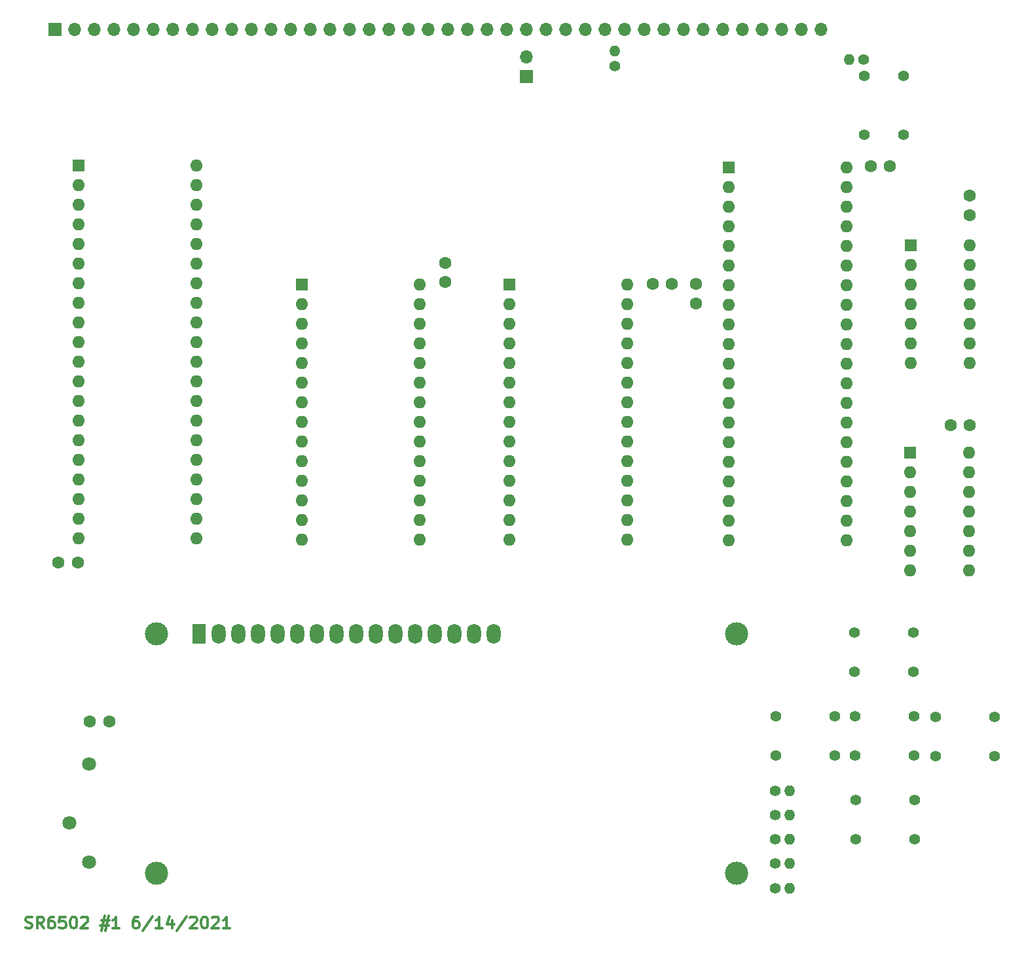
<source format=gbr>
%TF.GenerationSoftware,KiCad,Pcbnew,(5.1.10-1-10_14)*%
%TF.CreationDate,2021-06-14T16:28:50-07:00*%
%TF.ProjectId,SR6502,53523635-3032-42e6-9b69-6361645f7063,rev?*%
%TF.SameCoordinates,Original*%
%TF.FileFunction,Soldermask,Top*%
%TF.FilePolarity,Negative*%
%FSLAX46Y46*%
G04 Gerber Fmt 4.6, Leading zero omitted, Abs format (unit mm)*
G04 Created by KiCad (PCBNEW (5.1.10-1-10_14)) date 2021-06-14 16:28:50*
%MOMM*%
%LPD*%
G01*
G04 APERTURE LIST*
%ADD10C,0.300000*%
%ADD11R,1.600000X1.600000*%
%ADD12O,1.600000X1.600000*%
%ADD13R,1.800000X2.600000*%
%ADD14O,1.800000X2.600000*%
%ADD15C,3.000000*%
%ADD16C,1.397000*%
%ADD17O,1.400000X1.400000*%
%ADD18C,1.400000*%
%ADD19C,1.600000*%
%ADD20R,1.700000X1.700000*%
%ADD21O,1.700000X1.700000*%
%ADD22C,1.800000*%
G04 APERTURE END LIST*
D10*
X80267874Y-160449342D02*
X80482160Y-160520771D01*
X80839302Y-160520771D01*
X80982160Y-160449342D01*
X81053588Y-160377914D01*
X81125017Y-160235057D01*
X81125017Y-160092200D01*
X81053588Y-159949342D01*
X80982160Y-159877914D01*
X80839302Y-159806485D01*
X80553588Y-159735057D01*
X80410731Y-159663628D01*
X80339302Y-159592200D01*
X80267874Y-159449342D01*
X80267874Y-159306485D01*
X80339302Y-159163628D01*
X80410731Y-159092200D01*
X80553588Y-159020771D01*
X80910731Y-159020771D01*
X81125017Y-159092200D01*
X82625017Y-160520771D02*
X82125017Y-159806485D01*
X81767874Y-160520771D02*
X81767874Y-159020771D01*
X82339302Y-159020771D01*
X82482160Y-159092200D01*
X82553588Y-159163628D01*
X82625017Y-159306485D01*
X82625017Y-159520771D01*
X82553588Y-159663628D01*
X82482160Y-159735057D01*
X82339302Y-159806485D01*
X81767874Y-159806485D01*
X83910731Y-159020771D02*
X83625017Y-159020771D01*
X83482160Y-159092200D01*
X83410731Y-159163628D01*
X83267874Y-159377914D01*
X83196445Y-159663628D01*
X83196445Y-160235057D01*
X83267874Y-160377914D01*
X83339302Y-160449342D01*
X83482160Y-160520771D01*
X83767874Y-160520771D01*
X83910731Y-160449342D01*
X83982160Y-160377914D01*
X84053588Y-160235057D01*
X84053588Y-159877914D01*
X83982160Y-159735057D01*
X83910731Y-159663628D01*
X83767874Y-159592200D01*
X83482160Y-159592200D01*
X83339302Y-159663628D01*
X83267874Y-159735057D01*
X83196445Y-159877914D01*
X85410731Y-159020771D02*
X84696445Y-159020771D01*
X84625017Y-159735057D01*
X84696445Y-159663628D01*
X84839302Y-159592200D01*
X85196445Y-159592200D01*
X85339302Y-159663628D01*
X85410731Y-159735057D01*
X85482160Y-159877914D01*
X85482160Y-160235057D01*
X85410731Y-160377914D01*
X85339302Y-160449342D01*
X85196445Y-160520771D01*
X84839302Y-160520771D01*
X84696445Y-160449342D01*
X84625017Y-160377914D01*
X86410731Y-159020771D02*
X86553588Y-159020771D01*
X86696445Y-159092200D01*
X86767874Y-159163628D01*
X86839302Y-159306485D01*
X86910731Y-159592200D01*
X86910731Y-159949342D01*
X86839302Y-160235057D01*
X86767874Y-160377914D01*
X86696445Y-160449342D01*
X86553588Y-160520771D01*
X86410731Y-160520771D01*
X86267874Y-160449342D01*
X86196445Y-160377914D01*
X86125017Y-160235057D01*
X86053588Y-159949342D01*
X86053588Y-159592200D01*
X86125017Y-159306485D01*
X86196445Y-159163628D01*
X86267874Y-159092200D01*
X86410731Y-159020771D01*
X87482160Y-159163628D02*
X87553588Y-159092200D01*
X87696445Y-159020771D01*
X88053588Y-159020771D01*
X88196445Y-159092200D01*
X88267874Y-159163628D01*
X88339302Y-159306485D01*
X88339302Y-159449342D01*
X88267874Y-159663628D01*
X87410731Y-160520771D01*
X88339302Y-160520771D01*
X90053588Y-159520771D02*
X91125017Y-159520771D01*
X90482160Y-158877914D02*
X90053588Y-160806485D01*
X90982160Y-160163628D02*
X89910731Y-160163628D01*
X90553588Y-160806485D02*
X90982160Y-158877914D01*
X92410731Y-160520771D02*
X91553588Y-160520771D01*
X91982160Y-160520771D02*
X91982160Y-159020771D01*
X91839302Y-159235057D01*
X91696445Y-159377914D01*
X91553588Y-159449342D01*
X94839302Y-159020771D02*
X94553588Y-159020771D01*
X94410731Y-159092200D01*
X94339302Y-159163628D01*
X94196445Y-159377914D01*
X94125017Y-159663628D01*
X94125017Y-160235057D01*
X94196445Y-160377914D01*
X94267874Y-160449342D01*
X94410731Y-160520771D01*
X94696445Y-160520771D01*
X94839302Y-160449342D01*
X94910731Y-160377914D01*
X94982160Y-160235057D01*
X94982160Y-159877914D01*
X94910731Y-159735057D01*
X94839302Y-159663628D01*
X94696445Y-159592200D01*
X94410731Y-159592200D01*
X94267874Y-159663628D01*
X94196445Y-159735057D01*
X94125017Y-159877914D01*
X96696445Y-158949342D02*
X95410731Y-160877914D01*
X97982160Y-160520771D02*
X97125017Y-160520771D01*
X97553588Y-160520771D02*
X97553588Y-159020771D01*
X97410731Y-159235057D01*
X97267874Y-159377914D01*
X97125017Y-159449342D01*
X99267874Y-159520771D02*
X99267874Y-160520771D01*
X98910731Y-158949342D02*
X98553588Y-160020771D01*
X99482160Y-160020771D01*
X101125017Y-158949342D02*
X99839302Y-160877914D01*
X101553588Y-159163628D02*
X101625017Y-159092200D01*
X101767874Y-159020771D01*
X102125017Y-159020771D01*
X102267874Y-159092200D01*
X102339302Y-159163628D01*
X102410731Y-159306485D01*
X102410731Y-159449342D01*
X102339302Y-159663628D01*
X101482160Y-160520771D01*
X102410731Y-160520771D01*
X103339302Y-159020771D02*
X103482160Y-159020771D01*
X103625017Y-159092200D01*
X103696445Y-159163628D01*
X103767874Y-159306485D01*
X103839302Y-159592200D01*
X103839302Y-159949342D01*
X103767874Y-160235057D01*
X103696445Y-160377914D01*
X103625017Y-160449342D01*
X103482160Y-160520771D01*
X103339302Y-160520771D01*
X103196445Y-160449342D01*
X103125017Y-160377914D01*
X103053588Y-160235057D01*
X102982160Y-159949342D01*
X102982160Y-159592200D01*
X103053588Y-159306485D01*
X103125017Y-159163628D01*
X103196445Y-159092200D01*
X103339302Y-159020771D01*
X104410731Y-159163628D02*
X104482160Y-159092200D01*
X104625017Y-159020771D01*
X104982160Y-159020771D01*
X105125017Y-159092200D01*
X105196445Y-159163628D01*
X105267874Y-159306485D01*
X105267874Y-159449342D01*
X105196445Y-159663628D01*
X104339302Y-160520771D01*
X105267874Y-160520771D01*
X106696445Y-160520771D02*
X105839302Y-160520771D01*
X106267874Y-160520771D02*
X106267874Y-159020771D01*
X106125017Y-159235057D01*
X105982160Y-159377914D01*
X105839302Y-159449342D01*
D11*
%TO.C,U6*%
X87086440Y-61744860D03*
D12*
X102326440Y-110004860D03*
X87086440Y-64284860D03*
X102326440Y-107464860D03*
X87086440Y-66824860D03*
X102326440Y-104924860D03*
X87086440Y-69364860D03*
X102326440Y-102384860D03*
X87086440Y-71904860D03*
X102326440Y-99844860D03*
X87086440Y-74444860D03*
X102326440Y-97304860D03*
X87086440Y-76984860D03*
X102326440Y-94764860D03*
X87086440Y-79524860D03*
X102326440Y-92224860D03*
X87086440Y-82064860D03*
X102326440Y-89684860D03*
X87086440Y-84604860D03*
X102326440Y-87144860D03*
X87086440Y-87144860D03*
X102326440Y-84604860D03*
X87086440Y-89684860D03*
X102326440Y-82064860D03*
X87086440Y-92224860D03*
X102326440Y-79524860D03*
X87086440Y-94764860D03*
X102326440Y-76984860D03*
X87086440Y-97304860D03*
X102326440Y-74444860D03*
X87086440Y-99844860D03*
X102326440Y-71904860D03*
X87086440Y-102384860D03*
X102326440Y-69364860D03*
X87086440Y-104924860D03*
X102326440Y-66824860D03*
X87086440Y-107464860D03*
X102326440Y-64284860D03*
X87086440Y-110004860D03*
X102326440Y-61744860D03*
%TD*%
D13*
%TO.C,U7*%
X102707440Y-122377200D03*
D14*
X105247440Y-122377200D03*
X107787440Y-122377200D03*
X110327440Y-122377200D03*
X112867440Y-122377200D03*
X115407440Y-122377200D03*
X117947440Y-122377200D03*
X120487440Y-122377200D03*
X123027440Y-122377200D03*
X125567440Y-122377200D03*
X128107440Y-122377200D03*
X130647440Y-122377200D03*
X133187440Y-122377200D03*
X135727440Y-122377200D03*
X138267440Y-122377200D03*
X140807440Y-122377200D03*
D15*
X97208340Y-122377200D03*
X97208340Y-153377900D03*
X172206920Y-153377900D03*
X172207440Y-122377200D03*
%TD*%
D16*
%TO.C,SW6*%
X197967600Y-138257280D03*
X197967600Y-133177280D03*
X205587600Y-138257280D03*
X205587600Y-133177280D03*
%TD*%
%TO.C,SW5*%
X187589160Y-149001480D03*
X187589160Y-143921480D03*
X195209160Y-149001480D03*
X195209160Y-143921480D03*
%TD*%
%TO.C,SW4*%
X187518040Y-138181080D03*
X187518040Y-133101080D03*
X195138040Y-138181080D03*
X195138040Y-133101080D03*
%TD*%
%TO.C,SW3*%
X177292000Y-138109960D03*
X177292000Y-133029960D03*
X184912000Y-138109960D03*
X184912000Y-133029960D03*
%TD*%
%TO.C,SW2*%
X187441840Y-127294640D03*
X187441840Y-122214640D03*
X195061840Y-127294640D03*
X195061840Y-122214640D03*
%TD*%
D17*
%TO.C,R7*%
X179092320Y-155296000D03*
D18*
X177192320Y-155296000D03*
%TD*%
D17*
%TO.C,R6*%
X179070080Y-148997200D03*
D18*
X177170080Y-148997200D03*
%TD*%
D17*
%TO.C,R5*%
X179092320Y-152146000D03*
D18*
X177192320Y-152146000D03*
%TD*%
D17*
%TO.C,R4*%
X179070080Y-145847200D03*
D18*
X177170080Y-145847200D03*
%TD*%
D17*
%TO.C,R3*%
X179070080Y-142697200D03*
D18*
X177170080Y-142697200D03*
%TD*%
D11*
%TO.C,U2*%
X171170600Y-62001400D03*
D12*
X186410600Y-110261400D03*
X171170600Y-64541400D03*
X186410600Y-107721400D03*
X171170600Y-67081400D03*
X186410600Y-105181400D03*
X171170600Y-69621400D03*
X186410600Y-102641400D03*
X171170600Y-72161400D03*
X186410600Y-100101400D03*
X171170600Y-74701400D03*
X186410600Y-97561400D03*
X171170600Y-77241400D03*
X186410600Y-95021400D03*
X171170600Y-79781400D03*
X186410600Y-92481400D03*
X171170600Y-82321400D03*
X186410600Y-89941400D03*
X171170600Y-84861400D03*
X186410600Y-87401400D03*
X171170600Y-87401400D03*
X186410600Y-84861400D03*
X171170600Y-89941400D03*
X186410600Y-82321400D03*
X171170600Y-92481400D03*
X186410600Y-79781400D03*
X171170600Y-95021400D03*
X186410600Y-77241400D03*
X171170600Y-97561400D03*
X186410600Y-74701400D03*
X171170600Y-100101400D03*
X186410600Y-72161400D03*
X171170600Y-102641400D03*
X186410600Y-69621400D03*
X171170600Y-105181400D03*
X186410600Y-67081400D03*
X171170600Y-107721400D03*
X186410600Y-64541400D03*
X171170600Y-110261400D03*
X186410600Y-62001400D03*
%TD*%
%TO.C,U4*%
X158107380Y-77172820D03*
X142867380Y-110192820D03*
X158107380Y-79712820D03*
X142867380Y-107652820D03*
X158107380Y-82252820D03*
X142867380Y-105112820D03*
X158107380Y-84792820D03*
X142867380Y-102572820D03*
X158107380Y-87332820D03*
X142867380Y-100032820D03*
X158107380Y-89872820D03*
X142867380Y-97492820D03*
X158107380Y-92412820D03*
X142867380Y-94952820D03*
X158107380Y-94952820D03*
X142867380Y-92412820D03*
X158107380Y-97492820D03*
X142867380Y-89872820D03*
X158107380Y-100032820D03*
X142867380Y-87332820D03*
X158107380Y-102572820D03*
X142867380Y-84792820D03*
X158107380Y-105112820D03*
X142867380Y-82252820D03*
X158107380Y-107652820D03*
X142867380Y-79712820D03*
X158107380Y-110192820D03*
D11*
X142867380Y-77172820D03*
%TD*%
%TO.C,U3*%
X194691000Y-98986340D03*
D12*
X202311000Y-114226340D03*
X194691000Y-101526340D03*
X202311000Y-111686340D03*
X194691000Y-104066340D03*
X202311000Y-109146340D03*
X194691000Y-106606340D03*
X202311000Y-106606340D03*
X194691000Y-109146340D03*
X202311000Y-104066340D03*
X194691000Y-111686340D03*
X202311000Y-101526340D03*
X194691000Y-114226340D03*
X202311000Y-98986340D03*
%TD*%
D19*
%TO.C,C5*%
X202374500Y-95430340D03*
X199874500Y-95430340D03*
%TD*%
D11*
%TO.C,U5*%
X115956080Y-77160120D03*
D12*
X131196080Y-110180120D03*
X115956080Y-79700120D03*
X131196080Y-107640120D03*
X115956080Y-82240120D03*
X131196080Y-105100120D03*
X115956080Y-84780120D03*
X131196080Y-102560120D03*
X115956080Y-87320120D03*
X131196080Y-100020120D03*
X115956080Y-89860120D03*
X131196080Y-97480120D03*
X115956080Y-92400120D03*
X131196080Y-94940120D03*
X115956080Y-94940120D03*
X131196080Y-92400120D03*
X115956080Y-97480120D03*
X131196080Y-89860120D03*
X115956080Y-100020120D03*
X131196080Y-87320120D03*
X115956080Y-102560120D03*
X131196080Y-84780120D03*
X115956080Y-105100120D03*
X131196080Y-82240120D03*
X115956080Y-107640120D03*
X131196080Y-79700120D03*
X115956080Y-110180120D03*
X131196080Y-77160120D03*
%TD*%
D20*
%TO.C,J1*%
X84074000Y-44145200D03*
D21*
X86614000Y-44145200D03*
X89154000Y-44145200D03*
X91694000Y-44145200D03*
X94234000Y-44145200D03*
X96774000Y-44145200D03*
X99314000Y-44145200D03*
X101854000Y-44145200D03*
X104394000Y-44145200D03*
X106934000Y-44145200D03*
X109474000Y-44145200D03*
X112014000Y-44145200D03*
X114554000Y-44145200D03*
X117094000Y-44145200D03*
X119634000Y-44145200D03*
X122174000Y-44145200D03*
X124714000Y-44145200D03*
X127254000Y-44145200D03*
X129794000Y-44145200D03*
X132334000Y-44145200D03*
X134874000Y-44145200D03*
X137414000Y-44145200D03*
X139954000Y-44145200D03*
X142494000Y-44145200D03*
X145034000Y-44145200D03*
X147574000Y-44145200D03*
X150114000Y-44145200D03*
X152654000Y-44145200D03*
X155194000Y-44145200D03*
X157734000Y-44145200D03*
X160274000Y-44145200D03*
X162814000Y-44145200D03*
X165354000Y-44145200D03*
X167894000Y-44145200D03*
X170434000Y-44145200D03*
X172974000Y-44145200D03*
X175514000Y-44145200D03*
X178054000Y-44145200D03*
X180594000Y-44145200D03*
X183134000Y-44145200D03*
%TD*%
D19*
%TO.C,C4*%
X84535640Y-113154460D03*
X87035640Y-113154460D03*
%TD*%
%TO.C,C3*%
X134548880Y-74380720D03*
X134548880Y-76880720D03*
%TD*%
D12*
%TO.C,X1*%
X202387200Y-72095360D03*
X194767200Y-87335360D03*
X202387200Y-74635360D03*
X194767200Y-84795360D03*
X202387200Y-77175360D03*
X194767200Y-82255360D03*
X202387200Y-79715360D03*
X194767200Y-79715360D03*
X202387200Y-82255360D03*
X194767200Y-77175360D03*
X202387200Y-84795360D03*
X194767200Y-74635360D03*
X202387200Y-87335360D03*
D11*
X194767200Y-72095360D03*
%TD*%
D19*
%TO.C,C1*%
X166928800Y-79629000D03*
X166928800Y-77129000D03*
%TD*%
%TO.C,C2*%
X161340800Y-77089000D03*
X163840800Y-77089000D03*
%TD*%
%TO.C,C6*%
X88584400Y-133710680D03*
X91084400Y-133710680D03*
%TD*%
%TO.C,C7*%
X189537340Y-61887100D03*
X192037340Y-61887100D03*
%TD*%
D17*
%TO.C,R1*%
X186745800Y-48082200D03*
D18*
X188645800Y-48082200D03*
%TD*%
%TO.C,R2*%
X156502100Y-48869600D03*
D17*
X156502100Y-46969600D03*
%TD*%
D22*
%TO.C,RV1*%
X88465660Y-139273280D03*
X85925660Y-146893280D03*
X88465660Y-151973280D03*
%TD*%
D16*
%TO.C,SW1*%
X193791840Y-57759600D03*
X188711840Y-57759600D03*
X193791840Y-50139600D03*
X188711840Y-50139600D03*
%TD*%
D20*
%TO.C,JP1*%
X145008600Y-50292000D03*
D21*
X145008600Y-47752000D03*
%TD*%
D19*
%TO.C,C8*%
X202361800Y-68173600D03*
X202361800Y-65673600D03*
%TD*%
M02*

</source>
